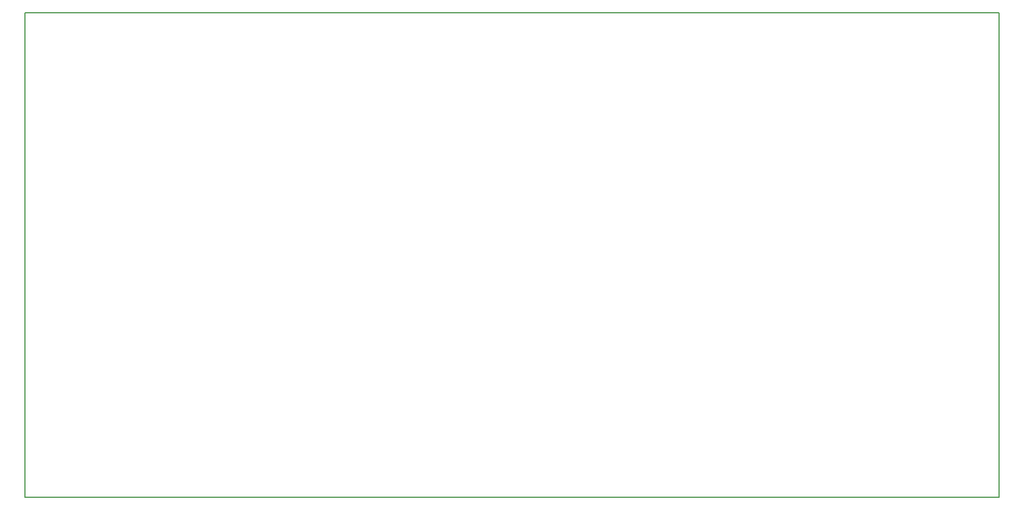
<source format=gm1>
%TF.GenerationSoftware,KiCad,Pcbnew,(5.0.0-rc2-dev-406-g05dae9627)*%
%TF.CreationDate,2018-06-18T14:13:19+02:00*%
%TF.ProjectId,Autopilot,4175746F70696C6F742E6B696361645F,rev?*%
%TF.SameCoordinates,Original*%
%TF.FileFunction,Profile,NP*%
%FSLAX46Y46*%
G04 Gerber Fmt 4.6, Leading zero omitted, Abs format (unit mm)*
G04 Created by KiCad (PCBNEW (5.0.0-rc2-dev-406-g05dae9627)) date 06/18/18 14:13:19*
%MOMM*%
%LPD*%
G01*
G04 APERTURE LIST*
%ADD10C,0.150000*%
G04 APERTURE END LIST*
D10*
X171800000Y-160300000D02*
X171800000Y-86250000D01*
X320600000Y-86250000D02*
X171800000Y-86250000D01*
X320600000Y-160300000D02*
X320600000Y-86250000D01*
X171800000Y-160300000D02*
X320600000Y-160300000D01*
M02*

</source>
